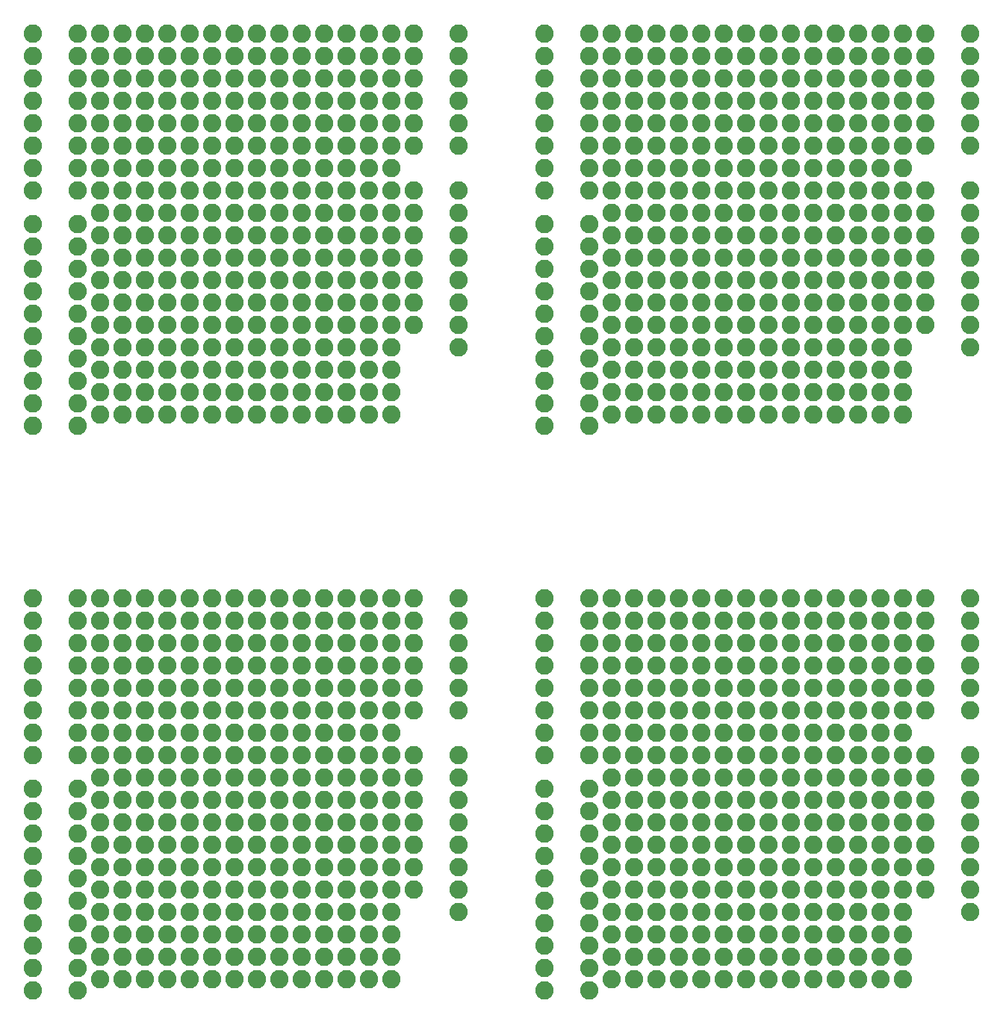
<source format=gbs>
G75*
%MOIN*%
%OFA0B0*%
%FSLAX25Y25*%
%IPPOS*%
%LPD*%
%AMOC8*
5,1,8,0,0,1.08239X$1,22.5*
%
%ADD10C,0.08200*%
D10*
X0094411Y0117699D03*
X0094411Y0127699D03*
X0094411Y0137699D03*
X0094411Y0147699D03*
X0094411Y0157699D03*
X0094411Y0167699D03*
X0094411Y0177699D03*
X0094411Y0187699D03*
X0094411Y0197699D03*
X0094411Y0207699D03*
X0094411Y0222699D03*
X0094411Y0232699D03*
X0094411Y0242699D03*
X0094411Y0252699D03*
X0094411Y0262699D03*
X0094411Y0272699D03*
X0094411Y0282699D03*
X0094411Y0292699D03*
X0114411Y0292699D03*
X0124411Y0292699D03*
X0124411Y0282699D03*
X0114411Y0282699D03*
X0114411Y0272699D03*
X0114411Y0262699D03*
X0124411Y0262699D03*
X0124411Y0272699D03*
X0134411Y0272699D03*
X0134411Y0262699D03*
X0134411Y0252699D03*
X0134411Y0242699D03*
X0134411Y0232699D03*
X0134411Y0222699D03*
X0134411Y0212699D03*
X0134411Y0202699D03*
X0134411Y0192699D03*
X0134411Y0182699D03*
X0134411Y0172699D03*
X0134411Y0162699D03*
X0134411Y0152699D03*
X0134411Y0142699D03*
X0134411Y0132699D03*
X0134411Y0122699D03*
X0144411Y0122699D03*
X0154411Y0122699D03*
X0164411Y0122699D03*
X0174411Y0122699D03*
X0184411Y0122699D03*
X0194411Y0122699D03*
X0204411Y0122699D03*
X0214411Y0122699D03*
X0224411Y0122699D03*
X0234411Y0122699D03*
X0244411Y0122699D03*
X0254411Y0122699D03*
X0254411Y0132699D03*
X0244411Y0132699D03*
X0234411Y0132699D03*
X0224411Y0132699D03*
X0214411Y0132699D03*
X0204411Y0132699D03*
X0194411Y0132699D03*
X0184411Y0132699D03*
X0174411Y0132699D03*
X0164411Y0132699D03*
X0154411Y0132699D03*
X0144411Y0132699D03*
X0144411Y0142699D03*
X0154411Y0142699D03*
X0154411Y0152699D03*
X0144411Y0152699D03*
X0144411Y0162699D03*
X0154411Y0162699D03*
X0154411Y0172699D03*
X0144411Y0172699D03*
X0144411Y0182699D03*
X0154411Y0182699D03*
X0164411Y0182699D03*
X0164411Y0172699D03*
X0164411Y0162699D03*
X0164411Y0152699D03*
X0164411Y0142699D03*
X0174411Y0142699D03*
X0184411Y0142699D03*
X0184411Y0152699D03*
X0174411Y0152699D03*
X0174411Y0162699D03*
X0184411Y0162699D03*
X0184411Y0172699D03*
X0174411Y0172699D03*
X0174411Y0182699D03*
X0184411Y0182699D03*
X0194411Y0182699D03*
X0194411Y0172699D03*
X0194411Y0162699D03*
X0194411Y0152699D03*
X0194411Y0142699D03*
X0204411Y0142699D03*
X0214411Y0142699D03*
X0214411Y0152699D03*
X0204411Y0152699D03*
X0204411Y0162699D03*
X0214411Y0162699D03*
X0214411Y0172699D03*
X0204411Y0172699D03*
X0204411Y0182699D03*
X0214411Y0182699D03*
X0224411Y0182699D03*
X0224411Y0172699D03*
X0224411Y0162699D03*
X0224411Y0152699D03*
X0224411Y0142699D03*
X0234411Y0142699D03*
X0244411Y0142699D03*
X0244411Y0152699D03*
X0234411Y0152699D03*
X0234411Y0162699D03*
X0244411Y0162699D03*
X0244411Y0172699D03*
X0234411Y0172699D03*
X0234411Y0182699D03*
X0244411Y0182699D03*
X0254411Y0182699D03*
X0254411Y0172699D03*
X0254411Y0162699D03*
X0254411Y0152699D03*
X0254411Y0142699D03*
X0264411Y0162699D03*
X0264411Y0172699D03*
X0264411Y0182699D03*
X0264411Y0192699D03*
X0264411Y0202699D03*
X0254411Y0202699D03*
X0254411Y0192699D03*
X0244411Y0192699D03*
X0234411Y0192699D03*
X0234411Y0202699D03*
X0244411Y0202699D03*
X0244411Y0212699D03*
X0234411Y0212699D03*
X0234411Y0222699D03*
X0244411Y0222699D03*
X0254411Y0222699D03*
X0254411Y0212699D03*
X0264411Y0212699D03*
X0264411Y0222699D03*
X0254411Y0232699D03*
X0244411Y0232699D03*
X0234411Y0232699D03*
X0224411Y0232699D03*
X0224411Y0222699D03*
X0224411Y0212699D03*
X0224411Y0202699D03*
X0224411Y0192699D03*
X0214411Y0192699D03*
X0204411Y0192699D03*
X0204411Y0202699D03*
X0214411Y0202699D03*
X0214411Y0212699D03*
X0204411Y0212699D03*
X0204411Y0222699D03*
X0214411Y0222699D03*
X0214411Y0232699D03*
X0204411Y0232699D03*
X0194411Y0232699D03*
X0194411Y0222699D03*
X0194411Y0212699D03*
X0194411Y0202699D03*
X0194411Y0192699D03*
X0184411Y0192699D03*
X0174411Y0192699D03*
X0174411Y0202699D03*
X0184411Y0202699D03*
X0184411Y0212699D03*
X0174411Y0212699D03*
X0174411Y0222699D03*
X0184411Y0222699D03*
X0184411Y0232699D03*
X0174411Y0232699D03*
X0164411Y0232699D03*
X0164411Y0222699D03*
X0164411Y0212699D03*
X0164411Y0202699D03*
X0164411Y0192699D03*
X0154411Y0192699D03*
X0144411Y0192699D03*
X0144411Y0202699D03*
X0154411Y0202699D03*
X0154411Y0212699D03*
X0144411Y0212699D03*
X0144411Y0222699D03*
X0154411Y0222699D03*
X0154411Y0232699D03*
X0144411Y0232699D03*
X0144411Y0242699D03*
X0154411Y0242699D03*
X0154411Y0252699D03*
X0144411Y0252699D03*
X0144411Y0262699D03*
X0154411Y0262699D03*
X0154411Y0272699D03*
X0144411Y0272699D03*
X0144411Y0282699D03*
X0154411Y0282699D03*
X0164411Y0282699D03*
X0164411Y0272699D03*
X0164411Y0262699D03*
X0164411Y0252699D03*
X0164411Y0242699D03*
X0174411Y0242699D03*
X0184411Y0242699D03*
X0184411Y0252699D03*
X0174411Y0252699D03*
X0174411Y0262699D03*
X0184411Y0262699D03*
X0184411Y0272699D03*
X0174411Y0272699D03*
X0174411Y0282699D03*
X0184411Y0282699D03*
X0194411Y0282699D03*
X0194411Y0272699D03*
X0194411Y0262699D03*
X0194411Y0252699D03*
X0194411Y0242699D03*
X0204411Y0242699D03*
X0214411Y0242699D03*
X0214411Y0252699D03*
X0204411Y0252699D03*
X0204411Y0262699D03*
X0214411Y0262699D03*
X0214411Y0272699D03*
X0204411Y0272699D03*
X0204411Y0282699D03*
X0214411Y0282699D03*
X0224411Y0282699D03*
X0224411Y0272699D03*
X0224411Y0262699D03*
X0224411Y0252699D03*
X0224411Y0242699D03*
X0234411Y0242699D03*
X0244411Y0242699D03*
X0244411Y0252699D03*
X0234411Y0252699D03*
X0234411Y0262699D03*
X0244411Y0262699D03*
X0244411Y0272699D03*
X0234411Y0272699D03*
X0234411Y0282699D03*
X0244411Y0282699D03*
X0254411Y0282699D03*
X0254411Y0272699D03*
X0254411Y0262699D03*
X0254411Y0252699D03*
X0254411Y0242699D03*
X0264411Y0242699D03*
X0264411Y0252699D03*
X0264411Y0262699D03*
X0264411Y0272699D03*
X0264411Y0282699D03*
X0264411Y0292699D03*
X0254411Y0292699D03*
X0244411Y0292699D03*
X0234411Y0292699D03*
X0224411Y0292699D03*
X0214411Y0292699D03*
X0204411Y0292699D03*
X0194411Y0292699D03*
X0184411Y0292699D03*
X0174411Y0292699D03*
X0164411Y0292699D03*
X0154411Y0292699D03*
X0144411Y0292699D03*
X0134411Y0292699D03*
X0134411Y0282699D03*
X0124411Y0252699D03*
X0124411Y0242699D03*
X0114411Y0242699D03*
X0114411Y0252699D03*
X0114411Y0232699D03*
X0124411Y0232699D03*
X0124411Y0222699D03*
X0124411Y0212699D03*
X0114411Y0207699D03*
X0124411Y0202699D03*
X0124411Y0192699D03*
X0114411Y0187699D03*
X0114411Y0197699D03*
X0124411Y0182699D03*
X0114411Y0177699D03*
X0114411Y0167699D03*
X0124411Y0162699D03*
X0124411Y0172699D03*
X0114411Y0157699D03*
X0124411Y0152699D03*
X0124411Y0142699D03*
X0114411Y0137699D03*
X0114411Y0147699D03*
X0124411Y0132699D03*
X0114411Y0127699D03*
X0124411Y0122699D03*
X0114411Y0117699D03*
X0114411Y0222699D03*
X0114411Y0369668D03*
X0124411Y0374668D03*
X0114411Y0379668D03*
X0114411Y0389668D03*
X0124411Y0394668D03*
X0124411Y0384668D03*
X0134411Y0384668D03*
X0134411Y0394668D03*
X0144411Y0394668D03*
X0154411Y0394668D03*
X0154411Y0384668D03*
X0144411Y0384668D03*
X0144411Y0374668D03*
X0154411Y0374668D03*
X0164411Y0374668D03*
X0174411Y0374668D03*
X0184411Y0374668D03*
X0194411Y0374668D03*
X0204411Y0374668D03*
X0214411Y0374668D03*
X0224411Y0374668D03*
X0234411Y0374668D03*
X0244411Y0374668D03*
X0254411Y0374668D03*
X0254411Y0384668D03*
X0254411Y0394668D03*
X0254411Y0404668D03*
X0254411Y0414668D03*
X0264411Y0414668D03*
X0264411Y0424668D03*
X0264411Y0434668D03*
X0264411Y0444668D03*
X0264411Y0454668D03*
X0264411Y0464668D03*
X0264411Y0474668D03*
X0254411Y0474668D03*
X0254411Y0484668D03*
X0254411Y0494668D03*
X0264411Y0494668D03*
X0264411Y0504668D03*
X0264411Y0514668D03*
X0264411Y0524668D03*
X0264411Y0534668D03*
X0264411Y0544668D03*
X0254411Y0544668D03*
X0254411Y0534668D03*
X0254411Y0524668D03*
X0254411Y0514668D03*
X0254411Y0504668D03*
X0244411Y0504668D03*
X0234411Y0504668D03*
X0234411Y0514668D03*
X0244411Y0514668D03*
X0244411Y0524668D03*
X0234411Y0524668D03*
X0234411Y0534668D03*
X0244411Y0534668D03*
X0244411Y0544668D03*
X0234411Y0544668D03*
X0224411Y0544668D03*
X0224411Y0534668D03*
X0224411Y0524668D03*
X0224411Y0514668D03*
X0224411Y0504668D03*
X0224411Y0494668D03*
X0224411Y0484668D03*
X0234411Y0484668D03*
X0244411Y0484668D03*
X0244411Y0494668D03*
X0234411Y0494668D03*
X0234411Y0474668D03*
X0244411Y0474668D03*
X0244411Y0464668D03*
X0244411Y0454668D03*
X0234411Y0454668D03*
X0234411Y0464668D03*
X0224411Y0464668D03*
X0224411Y0454668D03*
X0224411Y0444668D03*
X0224411Y0434668D03*
X0234411Y0434668D03*
X0244411Y0434668D03*
X0244411Y0444668D03*
X0234411Y0444668D03*
X0254411Y0444668D03*
X0254411Y0434668D03*
X0254411Y0424668D03*
X0244411Y0424668D03*
X0234411Y0424668D03*
X0234411Y0414668D03*
X0244411Y0414668D03*
X0244411Y0404668D03*
X0234411Y0404668D03*
X0234411Y0394668D03*
X0244411Y0394668D03*
X0244411Y0384668D03*
X0234411Y0384668D03*
X0224411Y0384668D03*
X0224411Y0394668D03*
X0224411Y0404668D03*
X0224411Y0414668D03*
X0224411Y0424668D03*
X0214411Y0424668D03*
X0204411Y0424668D03*
X0204411Y0434668D03*
X0214411Y0434668D03*
X0214411Y0444668D03*
X0204411Y0444668D03*
X0204411Y0454668D03*
X0214411Y0454668D03*
X0214411Y0464668D03*
X0204411Y0464668D03*
X0204411Y0474668D03*
X0214411Y0474668D03*
X0224411Y0474668D03*
X0214411Y0484668D03*
X0214411Y0494668D03*
X0204411Y0494668D03*
X0204411Y0484668D03*
X0194411Y0484668D03*
X0194411Y0494668D03*
X0194411Y0504668D03*
X0204411Y0504668D03*
X0214411Y0504668D03*
X0214411Y0514668D03*
X0214411Y0524668D03*
X0204411Y0524668D03*
X0204411Y0514668D03*
X0194411Y0514668D03*
X0194411Y0524668D03*
X0194411Y0534668D03*
X0194411Y0544668D03*
X0204411Y0544668D03*
X0214411Y0544668D03*
X0214411Y0534668D03*
X0204411Y0534668D03*
X0184411Y0534668D03*
X0184411Y0544668D03*
X0174411Y0544668D03*
X0174411Y0534668D03*
X0174411Y0524668D03*
X0184411Y0524668D03*
X0184411Y0514668D03*
X0174411Y0514668D03*
X0174411Y0504668D03*
X0184411Y0504668D03*
X0184411Y0494668D03*
X0184411Y0484668D03*
X0174411Y0484668D03*
X0174411Y0494668D03*
X0164411Y0494668D03*
X0164411Y0484668D03*
X0164411Y0474668D03*
X0174411Y0474668D03*
X0184411Y0474668D03*
X0194411Y0474668D03*
X0194411Y0464668D03*
X0194411Y0454668D03*
X0194411Y0444668D03*
X0194411Y0434668D03*
X0194411Y0424668D03*
X0194411Y0414668D03*
X0194411Y0404668D03*
X0204411Y0404668D03*
X0214411Y0404668D03*
X0214411Y0414668D03*
X0204411Y0414668D03*
X0204411Y0394668D03*
X0214411Y0394668D03*
X0214411Y0384668D03*
X0204411Y0384668D03*
X0194411Y0384668D03*
X0194411Y0394668D03*
X0184411Y0394668D03*
X0184411Y0384668D03*
X0174411Y0384668D03*
X0174411Y0394668D03*
X0174411Y0404668D03*
X0184411Y0404668D03*
X0184411Y0414668D03*
X0174411Y0414668D03*
X0174411Y0424668D03*
X0184411Y0424668D03*
X0184411Y0434668D03*
X0184411Y0444668D03*
X0174411Y0444668D03*
X0174411Y0434668D03*
X0164411Y0434668D03*
X0164411Y0444668D03*
X0164411Y0454668D03*
X0164411Y0464668D03*
X0174411Y0464668D03*
X0184411Y0464668D03*
X0184411Y0454668D03*
X0174411Y0454668D03*
X0154411Y0454668D03*
X0154411Y0464668D03*
X0144411Y0464668D03*
X0144411Y0454668D03*
X0144411Y0444668D03*
X0154411Y0444668D03*
X0154411Y0434668D03*
X0144411Y0434668D03*
X0144411Y0424668D03*
X0154411Y0424668D03*
X0164411Y0424668D03*
X0164411Y0414668D03*
X0164411Y0404668D03*
X0164411Y0394668D03*
X0164411Y0384668D03*
X0154411Y0404668D03*
X0154411Y0414668D03*
X0144411Y0414668D03*
X0144411Y0404668D03*
X0134411Y0404668D03*
X0134411Y0414668D03*
X0134411Y0424668D03*
X0134411Y0434668D03*
X0134411Y0444668D03*
X0134411Y0454668D03*
X0134411Y0464668D03*
X0134411Y0474668D03*
X0144411Y0474668D03*
X0154411Y0474668D03*
X0154411Y0484668D03*
X0154411Y0494668D03*
X0144411Y0494668D03*
X0144411Y0484668D03*
X0134411Y0484668D03*
X0134411Y0494668D03*
X0134411Y0504668D03*
X0144411Y0504668D03*
X0154411Y0504668D03*
X0164411Y0504668D03*
X0164411Y0514668D03*
X0164411Y0524668D03*
X0164411Y0534668D03*
X0164411Y0544668D03*
X0154411Y0544668D03*
X0154411Y0534668D03*
X0144411Y0534668D03*
X0144411Y0544668D03*
X0134411Y0544668D03*
X0134411Y0534668D03*
X0134411Y0524668D03*
X0134411Y0514668D03*
X0144411Y0514668D03*
X0154411Y0514668D03*
X0154411Y0524668D03*
X0144411Y0524668D03*
X0124411Y0524668D03*
X0124411Y0514668D03*
X0114411Y0514668D03*
X0114411Y0524668D03*
X0114411Y0534668D03*
X0124411Y0534668D03*
X0124411Y0544668D03*
X0114411Y0544668D03*
X0094411Y0544668D03*
X0094411Y0534668D03*
X0094411Y0524668D03*
X0094411Y0514668D03*
X0094411Y0504668D03*
X0094411Y0494668D03*
X0094411Y0484668D03*
X0094411Y0474668D03*
X0094411Y0459668D03*
X0094411Y0449668D03*
X0094411Y0439668D03*
X0094411Y0429668D03*
X0094411Y0419668D03*
X0094411Y0409668D03*
X0094411Y0399668D03*
X0094411Y0389668D03*
X0094411Y0379668D03*
X0094411Y0369668D03*
X0114411Y0399668D03*
X0124411Y0404668D03*
X0124411Y0414668D03*
X0114411Y0419668D03*
X0114411Y0409668D03*
X0124411Y0424668D03*
X0114411Y0429668D03*
X0114411Y0439668D03*
X0124411Y0444668D03*
X0124411Y0434668D03*
X0114411Y0449668D03*
X0124411Y0454668D03*
X0124411Y0464668D03*
X0114411Y0459668D03*
X0114411Y0474668D03*
X0124411Y0474668D03*
X0124411Y0484668D03*
X0124411Y0494668D03*
X0114411Y0494668D03*
X0114411Y0484668D03*
X0114411Y0504668D03*
X0124411Y0504668D03*
X0134411Y0374668D03*
X0254411Y0454668D03*
X0254411Y0464668D03*
X0284411Y0464668D03*
X0284411Y0454668D03*
X0284411Y0444668D03*
X0284411Y0434668D03*
X0284411Y0424668D03*
X0284411Y0414668D03*
X0284411Y0404668D03*
X0322757Y0409668D03*
X0322757Y0419668D03*
X0322757Y0429668D03*
X0322757Y0439668D03*
X0322757Y0449668D03*
X0322757Y0459668D03*
X0322757Y0474668D03*
X0322757Y0484668D03*
X0322757Y0494668D03*
X0322757Y0504668D03*
X0322757Y0514668D03*
X0322757Y0524668D03*
X0322757Y0534668D03*
X0322757Y0544668D03*
X0342757Y0544668D03*
X0342757Y0534668D03*
X0352757Y0534668D03*
X0352757Y0544668D03*
X0362757Y0544668D03*
X0362757Y0534668D03*
X0362757Y0524668D03*
X0362757Y0514668D03*
X0352757Y0514668D03*
X0342757Y0514668D03*
X0342757Y0524668D03*
X0352757Y0524668D03*
X0352757Y0504668D03*
X0342757Y0504668D03*
X0342757Y0494668D03*
X0342757Y0484668D03*
X0352757Y0484668D03*
X0352757Y0494668D03*
X0362757Y0494668D03*
X0362757Y0484668D03*
X0362757Y0474668D03*
X0352757Y0474668D03*
X0342757Y0474668D03*
X0352757Y0464668D03*
X0352757Y0454668D03*
X0342757Y0459668D03*
X0342757Y0449668D03*
X0352757Y0444668D03*
X0352757Y0434668D03*
X0342757Y0439668D03*
X0342757Y0429668D03*
X0352757Y0424668D03*
X0342757Y0419668D03*
X0342757Y0409668D03*
X0352757Y0414668D03*
X0352757Y0404668D03*
X0342757Y0399668D03*
X0352757Y0394668D03*
X0352757Y0384668D03*
X0342757Y0389668D03*
X0342757Y0379668D03*
X0352757Y0374668D03*
X0342757Y0369668D03*
X0362757Y0374668D03*
X0362757Y0384668D03*
X0362757Y0394668D03*
X0362757Y0404668D03*
X0362757Y0414668D03*
X0362757Y0424668D03*
X0362757Y0434668D03*
X0362757Y0444668D03*
X0362757Y0454668D03*
X0362757Y0464668D03*
X0372757Y0464668D03*
X0372757Y0454668D03*
X0372757Y0444668D03*
X0372757Y0434668D03*
X0372757Y0424668D03*
X0372757Y0414668D03*
X0372757Y0404668D03*
X0372757Y0394668D03*
X0372757Y0384668D03*
X0372757Y0374668D03*
X0382757Y0374668D03*
X0392757Y0374668D03*
X0392757Y0384668D03*
X0382757Y0384668D03*
X0382757Y0394668D03*
X0392757Y0394668D03*
X0392757Y0404668D03*
X0382757Y0404668D03*
X0382757Y0414668D03*
X0392757Y0414668D03*
X0392757Y0424668D03*
X0382757Y0424668D03*
X0382757Y0434668D03*
X0382757Y0444668D03*
X0392757Y0444668D03*
X0392757Y0434668D03*
X0402757Y0434668D03*
X0402757Y0444668D03*
X0402757Y0454668D03*
X0402757Y0464668D03*
X0392757Y0464668D03*
X0382757Y0464668D03*
X0382757Y0454668D03*
X0392757Y0454668D03*
X0392757Y0474668D03*
X0382757Y0474668D03*
X0372757Y0474668D03*
X0372757Y0484668D03*
X0372757Y0494668D03*
X0372757Y0504668D03*
X0362757Y0504668D03*
X0372757Y0514668D03*
X0372757Y0524668D03*
X0372757Y0534668D03*
X0372757Y0544668D03*
X0382757Y0544668D03*
X0382757Y0534668D03*
X0392757Y0534668D03*
X0392757Y0544668D03*
X0402757Y0544668D03*
X0402757Y0534668D03*
X0402757Y0524668D03*
X0402757Y0514668D03*
X0392757Y0514668D03*
X0382757Y0514668D03*
X0382757Y0524668D03*
X0392757Y0524668D03*
X0392757Y0504668D03*
X0382757Y0504668D03*
X0382757Y0494668D03*
X0382757Y0484668D03*
X0392757Y0484668D03*
X0392757Y0494668D03*
X0402757Y0494668D03*
X0402757Y0484668D03*
X0402757Y0474668D03*
X0412757Y0474668D03*
X0422757Y0474668D03*
X0422757Y0484668D03*
X0412757Y0484668D03*
X0412757Y0494668D03*
X0422757Y0494668D03*
X0422757Y0504668D03*
X0412757Y0504668D03*
X0402757Y0504668D03*
X0412757Y0514668D03*
X0412757Y0524668D03*
X0422757Y0524668D03*
X0422757Y0514668D03*
X0432757Y0514668D03*
X0432757Y0524668D03*
X0432757Y0534668D03*
X0432757Y0544668D03*
X0422757Y0544668D03*
X0412757Y0544668D03*
X0412757Y0534668D03*
X0422757Y0534668D03*
X0442757Y0534668D03*
X0442757Y0544668D03*
X0452757Y0544668D03*
X0452757Y0534668D03*
X0452757Y0524668D03*
X0442757Y0524668D03*
X0442757Y0514668D03*
X0452757Y0514668D03*
X0452757Y0504668D03*
X0442757Y0504668D03*
X0432757Y0504668D03*
X0432757Y0494668D03*
X0432757Y0484668D03*
X0432757Y0474668D03*
X0432757Y0464668D03*
X0432757Y0454668D03*
X0422757Y0454668D03*
X0412757Y0454668D03*
X0412757Y0464668D03*
X0422757Y0464668D03*
X0422757Y0444668D03*
X0412757Y0444668D03*
X0412757Y0434668D03*
X0422757Y0434668D03*
X0422757Y0424668D03*
X0412757Y0424668D03*
X0402757Y0424668D03*
X0402757Y0414668D03*
X0402757Y0404668D03*
X0402757Y0394668D03*
X0402757Y0384668D03*
X0402757Y0374668D03*
X0412757Y0374668D03*
X0422757Y0374668D03*
X0422757Y0384668D03*
X0412757Y0384668D03*
X0412757Y0394668D03*
X0422757Y0394668D03*
X0422757Y0404668D03*
X0412757Y0404668D03*
X0412757Y0414668D03*
X0422757Y0414668D03*
X0432757Y0414668D03*
X0432757Y0404668D03*
X0432757Y0394668D03*
X0432757Y0384668D03*
X0432757Y0374668D03*
X0442757Y0374668D03*
X0452757Y0374668D03*
X0452757Y0384668D03*
X0442757Y0384668D03*
X0442757Y0394668D03*
X0452757Y0394668D03*
X0452757Y0404668D03*
X0442757Y0404668D03*
X0442757Y0414668D03*
X0452757Y0414668D03*
X0452757Y0424668D03*
X0442757Y0424668D03*
X0432757Y0424668D03*
X0432757Y0434668D03*
X0432757Y0444668D03*
X0442757Y0444668D03*
X0442757Y0434668D03*
X0452757Y0434668D03*
X0452757Y0444668D03*
X0452757Y0454668D03*
X0442757Y0454668D03*
X0442757Y0464668D03*
X0452757Y0464668D03*
X0452757Y0474668D03*
X0442757Y0474668D03*
X0442757Y0484668D03*
X0442757Y0494668D03*
X0452757Y0494668D03*
X0452757Y0484668D03*
X0462757Y0484668D03*
X0462757Y0494668D03*
X0462757Y0504668D03*
X0462757Y0514668D03*
X0462757Y0524668D03*
X0462757Y0534668D03*
X0462757Y0544668D03*
X0472757Y0544668D03*
X0472757Y0534668D03*
X0482757Y0534668D03*
X0482757Y0544668D03*
X0492757Y0544668D03*
X0492757Y0534668D03*
X0492757Y0524668D03*
X0492757Y0514668D03*
X0482757Y0514668D03*
X0472757Y0514668D03*
X0472757Y0524668D03*
X0482757Y0524668D03*
X0482757Y0504668D03*
X0472757Y0504668D03*
X0472757Y0494668D03*
X0472757Y0484668D03*
X0482757Y0484668D03*
X0482757Y0494668D03*
X0492757Y0494668D03*
X0492757Y0504668D03*
X0512757Y0504668D03*
X0512757Y0514668D03*
X0512757Y0524668D03*
X0512757Y0534668D03*
X0512757Y0544668D03*
X0512757Y0494668D03*
X0512757Y0474668D03*
X0512757Y0464668D03*
X0512757Y0454668D03*
X0512757Y0444668D03*
X0512757Y0434668D03*
X0512757Y0424668D03*
X0512757Y0414668D03*
X0512757Y0404668D03*
X0492757Y0414668D03*
X0482757Y0414668D03*
X0472757Y0414668D03*
X0472757Y0404668D03*
X0482757Y0404668D03*
X0482757Y0394668D03*
X0472757Y0394668D03*
X0472757Y0384668D03*
X0482757Y0384668D03*
X0482757Y0374668D03*
X0472757Y0374668D03*
X0462757Y0374668D03*
X0462757Y0384668D03*
X0462757Y0394668D03*
X0462757Y0404668D03*
X0462757Y0414668D03*
X0462757Y0424668D03*
X0462757Y0434668D03*
X0462757Y0444668D03*
X0462757Y0454668D03*
X0462757Y0464668D03*
X0462757Y0474668D03*
X0472757Y0474668D03*
X0482757Y0474668D03*
X0482757Y0464668D03*
X0472757Y0464668D03*
X0472757Y0454668D03*
X0482757Y0454668D03*
X0482757Y0444668D03*
X0472757Y0444668D03*
X0472757Y0434668D03*
X0482757Y0434668D03*
X0482757Y0424668D03*
X0472757Y0424668D03*
X0492757Y0424668D03*
X0492757Y0434668D03*
X0492757Y0444668D03*
X0492757Y0454668D03*
X0492757Y0464668D03*
X0492757Y0474668D03*
X0492757Y0292699D03*
X0492757Y0282699D03*
X0492757Y0272699D03*
X0492757Y0262699D03*
X0492757Y0252699D03*
X0492757Y0242699D03*
X0482757Y0242699D03*
X0472757Y0242699D03*
X0472757Y0252699D03*
X0482757Y0252699D03*
X0482757Y0262699D03*
X0472757Y0262699D03*
X0472757Y0272699D03*
X0482757Y0272699D03*
X0482757Y0282699D03*
X0472757Y0282699D03*
X0462757Y0282699D03*
X0462757Y0272699D03*
X0462757Y0262699D03*
X0462757Y0252699D03*
X0462757Y0242699D03*
X0462757Y0232699D03*
X0462757Y0222699D03*
X0462757Y0212699D03*
X0462757Y0202699D03*
X0462757Y0192699D03*
X0462757Y0182699D03*
X0462757Y0172699D03*
X0462757Y0162699D03*
X0462757Y0152699D03*
X0462757Y0142699D03*
X0462757Y0132699D03*
X0462757Y0122699D03*
X0452757Y0122699D03*
X0442757Y0122699D03*
X0432757Y0122699D03*
X0422757Y0122699D03*
X0412757Y0122699D03*
X0402757Y0122699D03*
X0392757Y0122699D03*
X0382757Y0122699D03*
X0372757Y0122699D03*
X0362757Y0122699D03*
X0352757Y0122699D03*
X0342757Y0117699D03*
X0342757Y0127699D03*
X0352757Y0132699D03*
X0342757Y0137699D03*
X0342757Y0147699D03*
X0352757Y0142699D03*
X0352757Y0152699D03*
X0342757Y0157699D03*
X0352757Y0162699D03*
X0352757Y0172699D03*
X0342757Y0167699D03*
X0342757Y0177699D03*
X0352757Y0182699D03*
X0342757Y0187699D03*
X0342757Y0197699D03*
X0352757Y0192699D03*
X0352757Y0202699D03*
X0342757Y0207699D03*
X0352757Y0212699D03*
X0352757Y0222699D03*
X0342757Y0222699D03*
X0342757Y0232699D03*
X0352757Y0232699D03*
X0362757Y0232699D03*
X0362757Y0222699D03*
X0362757Y0212699D03*
X0362757Y0202699D03*
X0362757Y0192699D03*
X0362757Y0182699D03*
X0362757Y0172699D03*
X0362757Y0162699D03*
X0362757Y0152699D03*
X0362757Y0142699D03*
X0362757Y0132699D03*
X0372757Y0132699D03*
X0382757Y0132699D03*
X0392757Y0132699D03*
X0402757Y0132699D03*
X0412757Y0132699D03*
X0422757Y0132699D03*
X0432757Y0132699D03*
X0442757Y0132699D03*
X0452757Y0132699D03*
X0452757Y0142699D03*
X0442757Y0142699D03*
X0442757Y0152699D03*
X0452757Y0152699D03*
X0452757Y0162699D03*
X0442757Y0162699D03*
X0442757Y0172699D03*
X0452757Y0172699D03*
X0452757Y0182699D03*
X0442757Y0182699D03*
X0432757Y0182699D03*
X0432757Y0172699D03*
X0432757Y0162699D03*
X0432757Y0152699D03*
X0432757Y0142699D03*
X0422757Y0142699D03*
X0412757Y0142699D03*
X0412757Y0152699D03*
X0422757Y0152699D03*
X0422757Y0162699D03*
X0412757Y0162699D03*
X0412757Y0172699D03*
X0422757Y0172699D03*
X0422757Y0182699D03*
X0412757Y0182699D03*
X0402757Y0182699D03*
X0402757Y0172699D03*
X0402757Y0162699D03*
X0402757Y0152699D03*
X0402757Y0142699D03*
X0392757Y0142699D03*
X0382757Y0142699D03*
X0382757Y0152699D03*
X0392757Y0152699D03*
X0392757Y0162699D03*
X0382757Y0162699D03*
X0382757Y0172699D03*
X0392757Y0172699D03*
X0392757Y0182699D03*
X0382757Y0182699D03*
X0372757Y0182699D03*
X0372757Y0172699D03*
X0372757Y0162699D03*
X0372757Y0152699D03*
X0372757Y0142699D03*
X0372757Y0192699D03*
X0372757Y0202699D03*
X0382757Y0202699D03*
X0382757Y0192699D03*
X0392757Y0192699D03*
X0392757Y0202699D03*
X0402757Y0202699D03*
X0402757Y0192699D03*
X0412757Y0192699D03*
X0422757Y0192699D03*
X0422757Y0202699D03*
X0412757Y0202699D03*
X0412757Y0212699D03*
X0422757Y0212699D03*
X0422757Y0222699D03*
X0412757Y0222699D03*
X0402757Y0222699D03*
X0402757Y0212699D03*
X0392757Y0212699D03*
X0382757Y0212699D03*
X0382757Y0222699D03*
X0392757Y0222699D03*
X0392757Y0232699D03*
X0382757Y0232699D03*
X0372757Y0232699D03*
X0372757Y0222699D03*
X0372757Y0212699D03*
X0372757Y0242699D03*
X0372757Y0252699D03*
X0362757Y0252699D03*
X0362757Y0242699D03*
X0352757Y0242699D03*
X0342757Y0242699D03*
X0342757Y0252699D03*
X0352757Y0252699D03*
X0352757Y0262699D03*
X0342757Y0262699D03*
X0342757Y0272699D03*
X0352757Y0272699D03*
X0362757Y0272699D03*
X0362757Y0262699D03*
X0372757Y0262699D03*
X0372757Y0272699D03*
X0382757Y0272699D03*
X0382757Y0262699D03*
X0392757Y0262699D03*
X0392757Y0272699D03*
X0402757Y0272699D03*
X0402757Y0262699D03*
X0402757Y0252699D03*
X0402757Y0242699D03*
X0402757Y0232699D03*
X0412757Y0232699D03*
X0422757Y0232699D03*
X0432757Y0232699D03*
X0432757Y0222699D03*
X0432757Y0212699D03*
X0432757Y0202699D03*
X0432757Y0192699D03*
X0442757Y0192699D03*
X0452757Y0192699D03*
X0452757Y0202699D03*
X0442757Y0202699D03*
X0442757Y0212699D03*
X0452757Y0212699D03*
X0452757Y0222699D03*
X0442757Y0222699D03*
X0442757Y0232699D03*
X0452757Y0232699D03*
X0452757Y0242699D03*
X0442757Y0242699D03*
X0442757Y0252699D03*
X0452757Y0252699D03*
X0452757Y0262699D03*
X0442757Y0262699D03*
X0442757Y0272699D03*
X0452757Y0272699D03*
X0452757Y0282699D03*
X0442757Y0282699D03*
X0432757Y0282699D03*
X0432757Y0272699D03*
X0432757Y0262699D03*
X0432757Y0252699D03*
X0432757Y0242699D03*
X0422757Y0242699D03*
X0412757Y0242699D03*
X0412757Y0252699D03*
X0422757Y0252699D03*
X0422757Y0262699D03*
X0412757Y0262699D03*
X0412757Y0272699D03*
X0422757Y0272699D03*
X0422757Y0282699D03*
X0412757Y0282699D03*
X0402757Y0282699D03*
X0392757Y0282699D03*
X0382757Y0282699D03*
X0372757Y0282699D03*
X0362757Y0282699D03*
X0352757Y0282699D03*
X0342757Y0282699D03*
X0342757Y0292699D03*
X0352757Y0292699D03*
X0362757Y0292699D03*
X0372757Y0292699D03*
X0382757Y0292699D03*
X0392757Y0292699D03*
X0402757Y0292699D03*
X0412757Y0292699D03*
X0422757Y0292699D03*
X0432757Y0292699D03*
X0442757Y0292699D03*
X0452757Y0292699D03*
X0462757Y0292699D03*
X0472757Y0292699D03*
X0482757Y0292699D03*
X0512757Y0292699D03*
X0512757Y0282699D03*
X0512757Y0272699D03*
X0512757Y0262699D03*
X0512757Y0252699D03*
X0512757Y0242699D03*
X0512757Y0222699D03*
X0512757Y0212699D03*
X0512757Y0202699D03*
X0512757Y0192699D03*
X0512757Y0182699D03*
X0512757Y0172699D03*
X0512757Y0162699D03*
X0512757Y0152699D03*
X0492757Y0162699D03*
X0492757Y0172699D03*
X0482757Y0172699D03*
X0482757Y0162699D03*
X0472757Y0162699D03*
X0472757Y0172699D03*
X0472757Y0182699D03*
X0482757Y0182699D03*
X0492757Y0182699D03*
X0492757Y0192699D03*
X0492757Y0202699D03*
X0482757Y0202699D03*
X0482757Y0192699D03*
X0472757Y0192699D03*
X0472757Y0202699D03*
X0472757Y0212699D03*
X0482757Y0212699D03*
X0482757Y0222699D03*
X0472757Y0222699D03*
X0472757Y0232699D03*
X0482757Y0232699D03*
X0492757Y0222699D03*
X0492757Y0212699D03*
X0482757Y0152699D03*
X0482757Y0142699D03*
X0472757Y0142699D03*
X0472757Y0152699D03*
X0472757Y0132699D03*
X0482757Y0132699D03*
X0482757Y0122699D03*
X0472757Y0122699D03*
X0392757Y0242699D03*
X0382757Y0242699D03*
X0382757Y0252699D03*
X0392757Y0252699D03*
X0322757Y0252699D03*
X0322757Y0242699D03*
X0322757Y0232699D03*
X0322757Y0222699D03*
X0322757Y0207699D03*
X0322757Y0197699D03*
X0322757Y0187699D03*
X0322757Y0177699D03*
X0322757Y0167699D03*
X0322757Y0157699D03*
X0322757Y0147699D03*
X0322757Y0137699D03*
X0322757Y0127699D03*
X0322757Y0117699D03*
X0284411Y0152699D03*
X0284411Y0162699D03*
X0284411Y0172699D03*
X0284411Y0182699D03*
X0284411Y0192699D03*
X0284411Y0202699D03*
X0284411Y0212699D03*
X0284411Y0222699D03*
X0284411Y0242699D03*
X0284411Y0252699D03*
X0284411Y0262699D03*
X0284411Y0272699D03*
X0284411Y0282699D03*
X0284411Y0292699D03*
X0322757Y0292699D03*
X0322757Y0282699D03*
X0322757Y0272699D03*
X0322757Y0262699D03*
X0322757Y0369668D03*
X0322757Y0379668D03*
X0322757Y0389668D03*
X0322757Y0399668D03*
X0284411Y0474668D03*
X0284411Y0494668D03*
X0284411Y0504668D03*
X0284411Y0514668D03*
X0284411Y0524668D03*
X0284411Y0534668D03*
X0284411Y0544668D03*
M02*

</source>
